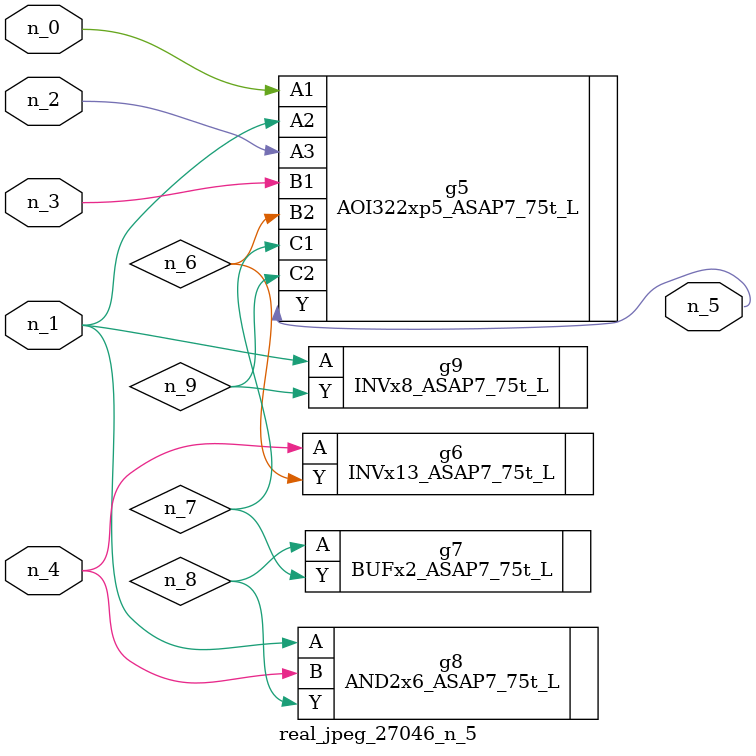
<source format=v>
module real_jpeg_27046_n_5 (n_4, n_0, n_1, n_2, n_3, n_5);

input n_4;
input n_0;
input n_1;
input n_2;
input n_3;

output n_5;

wire n_8;
wire n_6;
wire n_7;
wire n_9;

AOI322xp5_ASAP7_75t_L g5 ( 
.A1(n_0),
.A2(n_1),
.A3(n_2),
.B1(n_3),
.B2(n_6),
.C1(n_7),
.C2(n_9),
.Y(n_5)
);

AND2x6_ASAP7_75t_L g8 ( 
.A(n_1),
.B(n_4),
.Y(n_8)
);

INVx8_ASAP7_75t_L g9 ( 
.A(n_1),
.Y(n_9)
);

INVx13_ASAP7_75t_L g6 ( 
.A(n_4),
.Y(n_6)
);

BUFx2_ASAP7_75t_L g7 ( 
.A(n_8),
.Y(n_7)
);


endmodule
</source>
